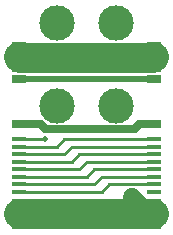
<source format=gbr>
G04 #@! TF.FileFunction,Copper,L2,Bot,Signal*
%FSLAX46Y46*%
G04 Gerber Fmt 4.6, Leading zero omitted, Abs format (unit mm)*
G04 Created by KiCad (PCBNEW 4.0.6-e0-6349~53~ubuntu16.04.1) date Thu Aug  3 21:47:38 2017*
%MOMM*%
%LPD*%
G01*
G04 APERTURE LIST*
%ADD10C,0.100000*%
%ADD11C,3.000000*%
%ADD12R,1.270000X2.540000*%
%ADD13R,1.270000X0.635000*%
%ADD14R,1.270000X0.304800*%
%ADD15C,0.762000*%
%ADD16C,0.508000*%
%ADD17C,0.254000*%
%ADD18C,1.524000*%
%ADD19C,2.540000*%
%ADD20C,0.508000*%
%ADD21C,0.635000*%
G04 APERTURE END LIST*
D10*
D11*
X3175000Y16200000D03*
X8175000Y16200000D03*
X8175000Y9200000D03*
X3175000Y9200000D03*
D12*
X0Y13335000D03*
X0Y0D03*
D13*
X0Y11430000D03*
D14*
X0Y6350000D03*
X0Y5715000D03*
X0Y5080000D03*
X0Y4445000D03*
X0Y3810000D03*
X0Y3175000D03*
X0Y2540000D03*
X0Y1905000D03*
D13*
X0Y7620000D03*
D12*
X11430000Y13335000D03*
X11430000Y0D03*
D13*
X11430000Y11430000D03*
D14*
X11430000Y6350000D03*
X11430000Y5715000D03*
X11430000Y5080000D03*
X11430000Y4445000D03*
X11430000Y3810000D03*
X11430000Y3175000D03*
X11430000Y2540000D03*
X11430000Y1905000D03*
D13*
X11430000Y7620000D03*
D15*
X9525000Y1498590D03*
D16*
X1270000Y0D03*
X2159000Y6350000D03*
D17*
X0Y5715000D02*
X3175000Y5715000D01*
X3175000Y5715000D02*
X3810000Y6350000D01*
X3810000Y6350000D02*
X10541000Y6350000D01*
X10541000Y6350000D02*
X11430000Y6350000D01*
X11430000Y5715000D02*
X4445000Y5715000D01*
X4445000Y5715000D02*
X3810000Y5080000D01*
X3810000Y5080000D02*
X0Y5080000D01*
X0Y4445000D02*
X4445000Y4445000D01*
X4445000Y4445000D02*
X5080000Y5080000D01*
X5080000Y5080000D02*
X11430000Y5080000D01*
X11430000Y4445000D02*
X5715000Y4445000D01*
X5715000Y4445000D02*
X5080000Y3810000D01*
X5080000Y3810000D02*
X0Y3810000D01*
X0Y3175000D02*
X5715000Y3175000D01*
X6350000Y3810000D02*
X11430000Y3810000D01*
X5715000Y3175000D02*
X6350000Y3810000D01*
X11430000Y3175000D02*
X6985000Y3175000D01*
X6985000Y3175000D02*
X6350000Y2540000D01*
X6350000Y2540000D02*
X0Y2540000D01*
D18*
X11430000Y0D02*
X11023590Y0D01*
X11023590Y0D02*
X9525000Y1498590D01*
D19*
X11430000Y0D02*
X1270000Y0D01*
X1270000Y0D02*
X0Y0D01*
D17*
X0Y6350000D02*
X2159000Y6350000D01*
X0Y6350000D02*
X635000Y6350000D01*
D19*
X11430000Y13335000D02*
X11372599Y13277599D01*
X11372599Y13277599D02*
X57401Y13277599D01*
X57401Y13277599D02*
X0Y13335000D01*
D20*
X0Y11430000D02*
X11430000Y11430000D01*
D21*
X0Y7620000D02*
X1839546Y7620000D01*
X1839546Y7620000D02*
X2229447Y7230099D01*
X2229447Y7230099D02*
X9770099Y7230099D01*
X9770099Y7230099D02*
X10160000Y7620000D01*
X10160000Y7620000D02*
X11430000Y7620000D01*
D17*
X0Y1905000D02*
X6985000Y1905000D01*
X6985000Y1905000D02*
X7620000Y2540000D01*
X7620000Y2540000D02*
X10256520Y2540000D01*
X10256520Y2540000D02*
X11430000Y2540000D01*
M02*

</source>
